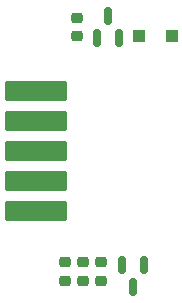
<source format=gbr>
%TF.GenerationSoftware,KiCad,Pcbnew,8.0.4-8.0.4-0~ubuntu22.04.1*%
%TF.CreationDate,2024-08-30T21:18:56-07:00*%
%TF.ProjectId,mag-encoder,6d61672d-656e-4636-9f64-65722e6b6963,1*%
%TF.SameCoordinates,Original*%
%TF.FileFunction,Paste,Top*%
%TF.FilePolarity,Positive*%
%FSLAX46Y46*%
G04 Gerber Fmt 4.6, Leading zero omitted, Abs format (unit mm)*
G04 Created by KiCad (PCBNEW 8.0.4-8.0.4-0~ubuntu22.04.1) date 2024-08-30 21:18:56*
%MOMM*%
%LPD*%
G01*
G04 APERTURE LIST*
G04 Aperture macros list*
%AMRoundRect*
0 Rectangle with rounded corners*
0 $1 Rounding radius*
0 $2 $3 $4 $5 $6 $7 $8 $9 X,Y pos of 4 corners*
0 Add a 4 corners polygon primitive as box body*
4,1,4,$2,$3,$4,$5,$6,$7,$8,$9,$2,$3,0*
0 Add four circle primitives for the rounded corners*
1,1,$1+$1,$2,$3*
1,1,$1+$1,$4,$5*
1,1,$1+$1,$6,$7*
1,1,$1+$1,$8,$9*
0 Add four rect primitives between the rounded corners*
20,1,$1+$1,$2,$3,$4,$5,0*
20,1,$1+$1,$4,$5,$6,$7,0*
20,1,$1+$1,$6,$7,$8,$9,0*
20,1,$1+$1,$8,$9,$2,$3,0*%
G04 Aperture macros list end*
%ADD10RoundRect,0.218750X-0.256250X0.218750X-0.256250X-0.218750X0.256250X-0.218750X0.256250X0.218750X0*%
%ADD11RoundRect,0.218750X0.256250X-0.218750X0.256250X0.218750X-0.256250X0.218750X-0.256250X-0.218750X0*%
%ADD12RoundRect,0.150000X-0.150000X0.587500X-0.150000X-0.587500X0.150000X-0.587500X0.150000X0.587500X0*%
%ADD13RoundRect,0.150000X0.150000X-0.587500X0.150000X0.587500X-0.150000X0.587500X-0.150000X-0.587500X0*%
%ADD14RoundRect,0.121324X2.543676X-0.703676X2.543676X0.703676X-2.543676X0.703676X-2.543676X-0.703676X0*%
%ADD15RoundRect,0.250000X-0.300000X-0.300000X0.300000X-0.300000X0.300000X0.300000X-0.300000X0.300000X0*%
G04 APERTURE END LIST*
D10*
%TO.C,D1*%
X229997000Y-112242500D03*
X229997000Y-113817500D03*
%TD*%
D11*
%TO.C,D3*%
X228981000Y-134518500D03*
X228981000Y-132943500D03*
%TD*%
D12*
%TO.C,Q1*%
X235646000Y-133174500D03*
X233746000Y-133174500D03*
X234696000Y-135049500D03*
%TD*%
D13*
%TO.C,U1*%
X231663200Y-113967500D03*
X233563200Y-113967500D03*
X232613200Y-112092500D03*
%TD*%
D14*
%TO.C,J2*%
X226487800Y-118491000D03*
X226487800Y-121031000D03*
X226487800Y-123571000D03*
X226487800Y-126111000D03*
X226487800Y-128651000D03*
%TD*%
D11*
%TO.C,D4*%
X230505000Y-134518500D03*
X230505000Y-132943500D03*
%TD*%
D15*
%TO.C,D2*%
X235201000Y-113792000D03*
X238001000Y-113792000D03*
%TD*%
D11*
%TO.C,D5*%
X232029000Y-134518500D03*
X232029000Y-132943500D03*
%TD*%
M02*

</source>
